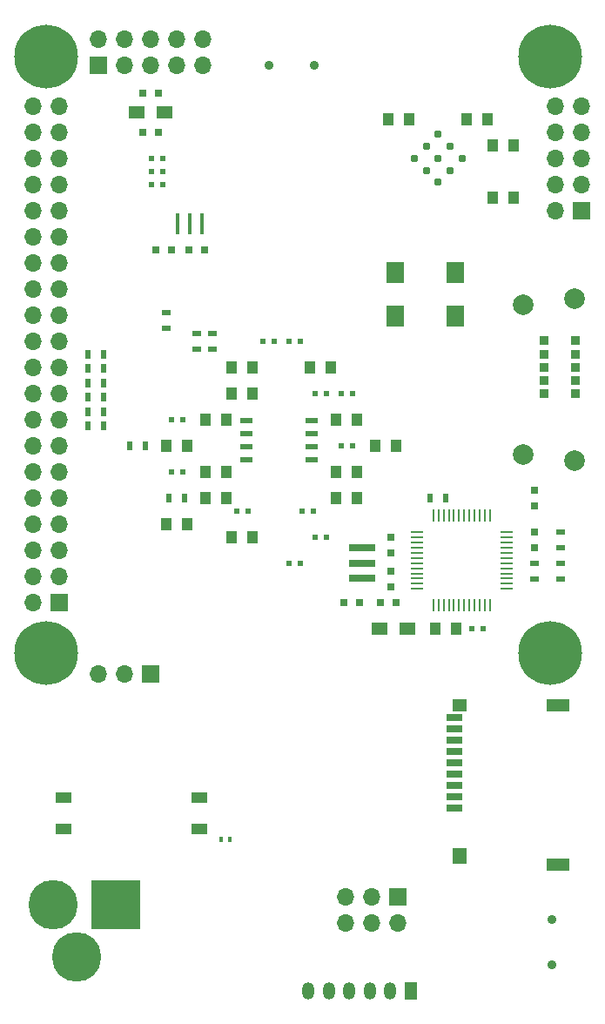
<source format=gbs>
G04 #@! TF.FileFunction,Soldermask,Bot*
%FSLAX46Y46*%
G04 Gerber Fmt 4.6, Leading zero omitted, Abs format (unit mm)*
G04 Created by KiCad (PCBNEW 4.0.0-rc1-stable) date 29/09/2017 04:45:12 p.m.*
%MOMM*%
G01*
G04 APERTURE LIST*
%ADD10C,0.100000*%
%ADD11R,1.700000X1.700000*%
%ADD12O,1.700000X1.700000*%
%ADD13C,6.200000*%
%ADD14R,0.900000X0.500000*%
%ADD15C,0.777240*%
%ADD16R,1.000000X1.250000*%
%ADD17R,0.900000X0.900000*%
%ADD18C,4.800600*%
%ADD19R,4.800600X4.800600*%
%ADD20R,1.200000X1.700000*%
%ADD21O,1.200000X1.700000*%
%ADD22R,0.250000X1.300000*%
%ADD23R,1.300000X0.250000*%
%ADD24C,0.899160*%
%ADD25R,0.500000X0.900000*%
%ADD26R,0.800000X0.750000*%
%ADD27R,0.750000X0.800000*%
%ADD28R,2.600000X0.800000*%
%ADD29R,1.800860X1.998980*%
%ADD30R,1.600000X1.000000*%
%ADD31C,2.000000*%
%ADD32R,0.400000X0.600000*%
%ADD33R,1.500000X1.300000*%
%ADD34R,1.143000X0.508000*%
%ADD35R,0.600000X0.500000*%
%ADD36R,0.400000X2.000000*%
%ADD37R,2.200000X1.200000*%
%ADD38R,1.400000X1.600000*%
%ADD39R,1.400000X1.200000*%
%ADD40R,1.600000X0.700000*%
G04 APERTURE END LIST*
D10*
D11*
X116929060Y-64095580D03*
D12*
X116929060Y-61555580D03*
X119469060Y-64095580D03*
X119469060Y-61555580D03*
X122009060Y-64095580D03*
X122009060Y-61555580D03*
X124549060Y-64095580D03*
X124549060Y-61555580D03*
X127089060Y-64095580D03*
X127089060Y-61555580D03*
D13*
X160838440Y-63189700D03*
D14*
X123531000Y-88110000D03*
X123531000Y-89610000D03*
D15*
X149949060Y-73112580D03*
X151115786Y-71945854D03*
X152282512Y-73112580D03*
X151115786Y-74279306D03*
X149949060Y-75446032D03*
X148782334Y-74279306D03*
X147615608Y-73112580D03*
X148782334Y-71945854D03*
X149949060Y-70779128D03*
D16*
X143869060Y-101052580D03*
X145869060Y-101052580D03*
D17*
X163260060Y-90832000D03*
X163260060Y-96032000D03*
X163260060Y-92152000D03*
X163260060Y-94712000D03*
X163260060Y-93432000D03*
X160260060Y-94712000D03*
X160260060Y-90832000D03*
X160260060Y-96032000D03*
X160260060Y-92152000D03*
X160260060Y-93432000D03*
D13*
X160838440Y-121189700D03*
X111838900Y-121189700D03*
D11*
X113119060Y-116292580D03*
D12*
X110579060Y-116292580D03*
X113119060Y-113752580D03*
X110579060Y-113752580D03*
X113119060Y-111212580D03*
X110579060Y-111212580D03*
X113119060Y-108672580D03*
X110579060Y-108672580D03*
X113119060Y-106132580D03*
X110579060Y-106132580D03*
X113119060Y-103592580D03*
X110579060Y-103592580D03*
X113119060Y-101052580D03*
X110579060Y-101052580D03*
X113119060Y-98512580D03*
X110579060Y-98512580D03*
X113119060Y-95972580D03*
X110579060Y-95972580D03*
X113119060Y-93432580D03*
X110579060Y-93432580D03*
X113119060Y-90892580D03*
X110579060Y-90892580D03*
X113119060Y-88352580D03*
X110579060Y-88352580D03*
X113119060Y-85812580D03*
X110579060Y-85812580D03*
X113119060Y-83272580D03*
X110579060Y-83272580D03*
X113119060Y-80732580D03*
X110579060Y-80732580D03*
X113119060Y-78192580D03*
X110579060Y-78192580D03*
X113119060Y-75652580D03*
X110579060Y-75652580D03*
X113119060Y-73112580D03*
X110579060Y-73112580D03*
X113119060Y-70572580D03*
X110579060Y-70572580D03*
X113119060Y-68032580D03*
X110579060Y-68032580D03*
D18*
X112512000Y-145688000D03*
D19*
X118608000Y-145688000D03*
D18*
X114798000Y-150768000D03*
D13*
X111838440Y-63189700D03*
D20*
X147310000Y-154070000D03*
D21*
X145310000Y-154070000D03*
X143310000Y-154070000D03*
X141310000Y-154070000D03*
X139310000Y-154070000D03*
X137310000Y-154070000D03*
D11*
X163919060Y-78192000D03*
D12*
X161379060Y-78192000D03*
X163919060Y-75652000D03*
X161379060Y-75652000D03*
X163919060Y-73112000D03*
X161379060Y-73112000D03*
X163919060Y-70572000D03*
X161379060Y-70572000D03*
X163919060Y-68032000D03*
X161379060Y-68032000D03*
D22*
X149485060Y-107878580D03*
X149985060Y-107878580D03*
X150485060Y-107878580D03*
X150985060Y-107878580D03*
X151485060Y-107878580D03*
X151985060Y-107878580D03*
X152485060Y-107878580D03*
X152985060Y-107878580D03*
X153485060Y-107878580D03*
X153985060Y-107878580D03*
X154485060Y-107878580D03*
X154985060Y-107878580D03*
D23*
X156585060Y-109478580D03*
X156585060Y-109978580D03*
X156585060Y-110478580D03*
X156585060Y-110978580D03*
X156585060Y-111478580D03*
X156585060Y-111978580D03*
X156585060Y-112478580D03*
X156585060Y-112978580D03*
X156585060Y-113478580D03*
X156585060Y-113978580D03*
X156585060Y-114478580D03*
X156585060Y-114978580D03*
D22*
X154985060Y-116578580D03*
X154485060Y-116578580D03*
X153985060Y-116578580D03*
X153485060Y-116578580D03*
X152985060Y-116578580D03*
X152485060Y-116578580D03*
X151985060Y-116578580D03*
X151485060Y-116578580D03*
X150985060Y-116578580D03*
X150485060Y-116578580D03*
X149985060Y-116578580D03*
X149485060Y-116578580D03*
D23*
X147885060Y-114978580D03*
X147885060Y-114478580D03*
X147885060Y-113978580D03*
X147885060Y-113478580D03*
X147885060Y-112978580D03*
X147885060Y-112478580D03*
X147885060Y-111978580D03*
X147885060Y-111478580D03*
X147885060Y-110978580D03*
X147885060Y-110478580D03*
X147885060Y-109978580D03*
X147885060Y-109478580D03*
D24*
X161034100Y-151511640D03*
X161034100Y-147112360D03*
D14*
X159347060Y-113994580D03*
X159347060Y-112494580D03*
X161887060Y-113994580D03*
X161887060Y-112494580D03*
X161887060Y-110946580D03*
X161887060Y-109446580D03*
D25*
X150699060Y-106132580D03*
X149199060Y-106132580D03*
D26*
X140815000Y-116292000D03*
X142315000Y-116292000D03*
X145873060Y-116292580D03*
X144373060Y-116292580D03*
D27*
X159347060Y-106882580D03*
X159347060Y-105382580D03*
X145377060Y-114756580D03*
X145377060Y-113256580D03*
X145377060Y-109954580D03*
X145377060Y-111454580D03*
D25*
X121489060Y-101052580D03*
X119989060Y-101052580D03*
D28*
X142583060Y-112482580D03*
X142583060Y-113982580D03*
X142583060Y-110982580D03*
D29*
X145778380Y-88421160D03*
X151579740Y-88421160D03*
X145778380Y-84220000D03*
X151579740Y-84220000D03*
D30*
X126736000Y-135298000D03*
X126736000Y-138298000D03*
D31*
X163182000Y-102484000D03*
X163182000Y-86784000D03*
X158232000Y-101884000D03*
X158232000Y-87384000D03*
D32*
X129726000Y-139338000D03*
X128826000Y-139338000D03*
D33*
X144279000Y-118832000D03*
X146979000Y-118832000D03*
D30*
X113528000Y-135298000D03*
X113528000Y-138298000D03*
D11*
X146040000Y-144926000D03*
D12*
X146040000Y-147466000D03*
X143500000Y-144926000D03*
X143500000Y-147466000D03*
X140960000Y-144926000D03*
X140960000Y-147466000D03*
D34*
X137630060Y-102449580D03*
X137630060Y-101179580D03*
X137630060Y-99909580D03*
X137630060Y-98639580D03*
X131280060Y-98639580D03*
X131280060Y-99909580D03*
X131280060Y-101179580D03*
X131280060Y-102449580D03*
D25*
X125299060Y-106132580D03*
X123799060Y-106132580D03*
D16*
X129899060Y-95972580D03*
X131899060Y-95972580D03*
X123549060Y-101052580D03*
X125549060Y-101052580D03*
X129359060Y-103592580D03*
X127359060Y-103592580D03*
X140059060Y-106132580D03*
X142059060Y-106132580D03*
X139519060Y-93432580D03*
X137519060Y-93432580D03*
X129359060Y-106132580D03*
X127359060Y-106132580D03*
X140059060Y-103592580D03*
X142059060Y-103592580D03*
D35*
X139069060Y-95972580D03*
X137969060Y-95972580D03*
D16*
X123549060Y-108672580D03*
X125549060Y-108672580D03*
X142059060Y-98512580D03*
X140059060Y-98512580D03*
D35*
X141609060Y-95972580D03*
X140509060Y-95972580D03*
X136529060Y-90892580D03*
X135429060Y-90892580D03*
X139069060Y-109942580D03*
X137969060Y-109942580D03*
X135429060Y-112482580D03*
X136529060Y-112482580D03*
D16*
X131899060Y-109942580D03*
X129899060Y-109942580D03*
D35*
X131449060Y-107402580D03*
X130349060Y-107402580D03*
X123999060Y-103592580D03*
X125099060Y-103592580D03*
D16*
X129899060Y-93432580D03*
X131899060Y-93432580D03*
D35*
X132889060Y-90892580D03*
X133989060Y-90892580D03*
X123999060Y-98512580D03*
X125099060Y-98512580D03*
X153209060Y-118832580D03*
X154309060Y-118832580D03*
D16*
X151711060Y-118832580D03*
X149711060Y-118832580D03*
D35*
X140509060Y-101052580D03*
X141609060Y-101052580D03*
D16*
X127359060Y-98512580D03*
X129359060Y-98512580D03*
D35*
X137799060Y-107402580D03*
X136699060Y-107402580D03*
D27*
X159347060Y-110946580D03*
X159347060Y-109446580D03*
D26*
X121259060Y-66762580D03*
X122759060Y-66762580D03*
X121259060Y-70572580D03*
X122759060Y-70572580D03*
D35*
X123194060Y-75652580D03*
X122094060Y-75652580D03*
X123194060Y-73112580D03*
X122094060Y-73112580D03*
D26*
X125704060Y-82002580D03*
X127204060Y-82002580D03*
X124029060Y-82002580D03*
X122529060Y-82002580D03*
D24*
X137924700Y-64057480D03*
X133525420Y-64057480D03*
D33*
X120659060Y-68667580D03*
X123359060Y-68667580D03*
D36*
X127019060Y-79462580D03*
X125819060Y-79462580D03*
X124619060Y-79462580D03*
D35*
X123194060Y-74382000D03*
X122094060Y-74382000D03*
D25*
X117423000Y-94956000D03*
X115923000Y-94956000D03*
X117423000Y-93559000D03*
X115923000Y-93559000D03*
X117423000Y-92162000D03*
X115923000Y-92162000D03*
X117423000Y-97750000D03*
X115923000Y-97750000D03*
X117423000Y-99147000D03*
X115923000Y-99147000D03*
X117423000Y-96353000D03*
X115923000Y-96353000D03*
D11*
X122007000Y-123277000D03*
D12*
X119467000Y-123277000D03*
X116927000Y-123277000D03*
D37*
X161612000Y-141822000D03*
X161612000Y-126322000D03*
D38*
X152012000Y-140922000D03*
D39*
X152012000Y-126322000D03*
D40*
X151512000Y-127472000D03*
X151512000Y-129672000D03*
X151512000Y-128572000D03*
X151512000Y-130772000D03*
X151512000Y-131872000D03*
X151512000Y-132972000D03*
X151512000Y-136272000D03*
X151512000Y-135172000D03*
X151512000Y-134072000D03*
D16*
X155299060Y-71842580D03*
X157299060Y-71842580D03*
X152759060Y-69302580D03*
X154759060Y-69302580D03*
X155299060Y-76922580D03*
X157299060Y-76922580D03*
X147139060Y-69302580D03*
X145139060Y-69302580D03*
D14*
X126452000Y-90142000D03*
X126452000Y-91642000D03*
X127976000Y-91642000D03*
X127976000Y-90142000D03*
M02*

</source>
